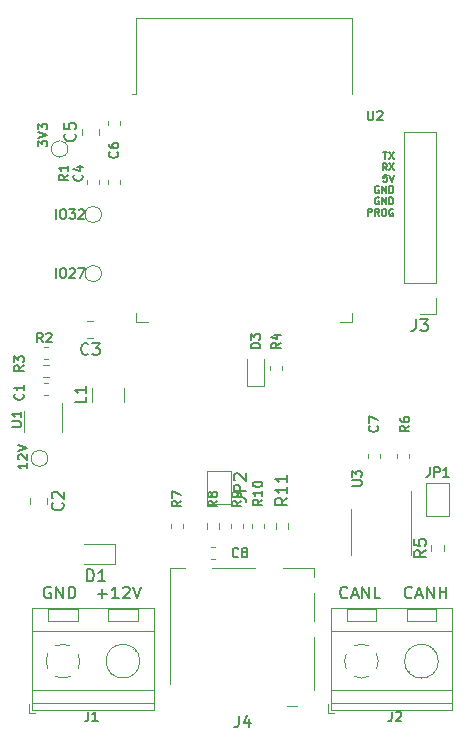
<source format=gbr>
G04 #@! TF.GenerationSoftware,KiCad,Pcbnew,7.0.10*
G04 #@! TF.CreationDate,2024-03-18T19:26:52+01:00*
G04 #@! TF.ProjectId,CanLite,43616e4c-6974-4652-9e6b-696361645f70,rev?*
G04 #@! TF.SameCoordinates,Original*
G04 #@! TF.FileFunction,Legend,Top*
G04 #@! TF.FilePolarity,Positive*
%FSLAX46Y46*%
G04 Gerber Fmt 4.6, Leading zero omitted, Abs format (unit mm)*
G04 Created by KiCad (PCBNEW 7.0.10) date 2024-03-18 19:26:52*
%MOMM*%
%LPD*%
G01*
G04 APERTURE LIST*
%ADD10C,0.150000*%
%ADD11C,0.120000*%
G04 APERTURE END LIST*
D10*
X106069048Y-62112295D02*
X106069048Y-61312295D01*
X106602381Y-61312295D02*
X106754762Y-61312295D01*
X106754762Y-61312295D02*
X106830952Y-61350390D01*
X106830952Y-61350390D02*
X106907143Y-61426580D01*
X106907143Y-61426580D02*
X106945238Y-61578961D01*
X106945238Y-61578961D02*
X106945238Y-61845628D01*
X106945238Y-61845628D02*
X106907143Y-61998009D01*
X106907143Y-61998009D02*
X106830952Y-62074200D01*
X106830952Y-62074200D02*
X106754762Y-62112295D01*
X106754762Y-62112295D02*
X106602381Y-62112295D01*
X106602381Y-62112295D02*
X106526190Y-62074200D01*
X106526190Y-62074200D02*
X106450000Y-61998009D01*
X106450000Y-61998009D02*
X106411904Y-61845628D01*
X106411904Y-61845628D02*
X106411904Y-61578961D01*
X106411904Y-61578961D02*
X106450000Y-61426580D01*
X106450000Y-61426580D02*
X106526190Y-61350390D01*
X106526190Y-61350390D02*
X106602381Y-61312295D01*
X107211904Y-61312295D02*
X107707142Y-61312295D01*
X107707142Y-61312295D02*
X107440476Y-61617057D01*
X107440476Y-61617057D02*
X107554761Y-61617057D01*
X107554761Y-61617057D02*
X107630952Y-61655152D01*
X107630952Y-61655152D02*
X107669047Y-61693247D01*
X107669047Y-61693247D02*
X107707142Y-61769438D01*
X107707142Y-61769438D02*
X107707142Y-61959914D01*
X107707142Y-61959914D02*
X107669047Y-62036104D01*
X107669047Y-62036104D02*
X107630952Y-62074200D01*
X107630952Y-62074200D02*
X107554761Y-62112295D01*
X107554761Y-62112295D02*
X107326190Y-62112295D01*
X107326190Y-62112295D02*
X107249999Y-62074200D01*
X107249999Y-62074200D02*
X107211904Y-62036104D01*
X108011904Y-61388485D02*
X108050000Y-61350390D01*
X108050000Y-61350390D02*
X108126190Y-61312295D01*
X108126190Y-61312295D02*
X108316666Y-61312295D01*
X108316666Y-61312295D02*
X108392857Y-61350390D01*
X108392857Y-61350390D02*
X108430952Y-61388485D01*
X108430952Y-61388485D02*
X108469047Y-61464676D01*
X108469047Y-61464676D02*
X108469047Y-61540866D01*
X108469047Y-61540866D02*
X108430952Y-61655152D01*
X108430952Y-61655152D02*
X107973809Y-62112295D01*
X107973809Y-62112295D02*
X108469047Y-62112295D01*
X106069048Y-67112295D02*
X106069048Y-66312295D01*
X106602381Y-66312295D02*
X106754762Y-66312295D01*
X106754762Y-66312295D02*
X106830952Y-66350390D01*
X106830952Y-66350390D02*
X106907143Y-66426580D01*
X106907143Y-66426580D02*
X106945238Y-66578961D01*
X106945238Y-66578961D02*
X106945238Y-66845628D01*
X106945238Y-66845628D02*
X106907143Y-66998009D01*
X106907143Y-66998009D02*
X106830952Y-67074200D01*
X106830952Y-67074200D02*
X106754762Y-67112295D01*
X106754762Y-67112295D02*
X106602381Y-67112295D01*
X106602381Y-67112295D02*
X106526190Y-67074200D01*
X106526190Y-67074200D02*
X106450000Y-66998009D01*
X106450000Y-66998009D02*
X106411904Y-66845628D01*
X106411904Y-66845628D02*
X106411904Y-66578961D01*
X106411904Y-66578961D02*
X106450000Y-66426580D01*
X106450000Y-66426580D02*
X106526190Y-66350390D01*
X106526190Y-66350390D02*
X106602381Y-66312295D01*
X107249999Y-66388485D02*
X107288095Y-66350390D01*
X107288095Y-66350390D02*
X107364285Y-66312295D01*
X107364285Y-66312295D02*
X107554761Y-66312295D01*
X107554761Y-66312295D02*
X107630952Y-66350390D01*
X107630952Y-66350390D02*
X107669047Y-66388485D01*
X107669047Y-66388485D02*
X107707142Y-66464676D01*
X107707142Y-66464676D02*
X107707142Y-66540866D01*
X107707142Y-66540866D02*
X107669047Y-66655152D01*
X107669047Y-66655152D02*
X107211904Y-67112295D01*
X107211904Y-67112295D02*
X107707142Y-67112295D01*
X107973809Y-66312295D02*
X108507143Y-66312295D01*
X108507143Y-66312295D02*
X108164285Y-67112295D01*
X130752380Y-94159580D02*
X130704761Y-94207200D01*
X130704761Y-94207200D02*
X130561904Y-94254819D01*
X130561904Y-94254819D02*
X130466666Y-94254819D01*
X130466666Y-94254819D02*
X130323809Y-94207200D01*
X130323809Y-94207200D02*
X130228571Y-94111961D01*
X130228571Y-94111961D02*
X130180952Y-94016723D01*
X130180952Y-94016723D02*
X130133333Y-93826247D01*
X130133333Y-93826247D02*
X130133333Y-93683390D01*
X130133333Y-93683390D02*
X130180952Y-93492914D01*
X130180952Y-93492914D02*
X130228571Y-93397676D01*
X130228571Y-93397676D02*
X130323809Y-93302438D01*
X130323809Y-93302438D02*
X130466666Y-93254819D01*
X130466666Y-93254819D02*
X130561904Y-93254819D01*
X130561904Y-93254819D02*
X130704761Y-93302438D01*
X130704761Y-93302438D02*
X130752380Y-93350057D01*
X131133333Y-93969104D02*
X131609523Y-93969104D01*
X131038095Y-94254819D02*
X131371428Y-93254819D01*
X131371428Y-93254819D02*
X131704761Y-94254819D01*
X132038095Y-94254819D02*
X132038095Y-93254819D01*
X132038095Y-93254819D02*
X132609523Y-94254819D01*
X132609523Y-94254819D02*
X132609523Y-93254819D01*
X133561904Y-94254819D02*
X133085714Y-94254819D01*
X133085714Y-94254819D02*
X133085714Y-93254819D01*
X133803886Y-56436771D02*
X134146744Y-56436771D01*
X133975315Y-57036771D02*
X133975315Y-56436771D01*
X134289601Y-56436771D02*
X134689601Y-57036771D01*
X134689601Y-56436771D02*
X134289601Y-57036771D01*
X134089601Y-58002771D02*
X133889601Y-57717057D01*
X133746744Y-58002771D02*
X133746744Y-57402771D01*
X133746744Y-57402771D02*
X133975315Y-57402771D01*
X133975315Y-57402771D02*
X134032458Y-57431342D01*
X134032458Y-57431342D02*
X134061029Y-57459914D01*
X134061029Y-57459914D02*
X134089601Y-57517057D01*
X134089601Y-57517057D02*
X134089601Y-57602771D01*
X134089601Y-57602771D02*
X134061029Y-57659914D01*
X134061029Y-57659914D02*
X134032458Y-57688485D01*
X134032458Y-57688485D02*
X133975315Y-57717057D01*
X133975315Y-57717057D02*
X133746744Y-57717057D01*
X134289601Y-57402771D02*
X134689601Y-58002771D01*
X134689601Y-57402771D02*
X134289601Y-58002771D01*
X134118172Y-58368771D02*
X133832458Y-58368771D01*
X133832458Y-58368771D02*
X133803886Y-58654485D01*
X133803886Y-58654485D02*
X133832458Y-58625914D01*
X133832458Y-58625914D02*
X133889601Y-58597342D01*
X133889601Y-58597342D02*
X134032458Y-58597342D01*
X134032458Y-58597342D02*
X134089601Y-58625914D01*
X134089601Y-58625914D02*
X134118172Y-58654485D01*
X134118172Y-58654485D02*
X134146743Y-58711628D01*
X134146743Y-58711628D02*
X134146743Y-58854485D01*
X134146743Y-58854485D02*
X134118172Y-58911628D01*
X134118172Y-58911628D02*
X134089601Y-58940200D01*
X134089601Y-58940200D02*
X134032458Y-58968771D01*
X134032458Y-58968771D02*
X133889601Y-58968771D01*
X133889601Y-58968771D02*
X133832458Y-58940200D01*
X133832458Y-58940200D02*
X133803886Y-58911628D01*
X134318172Y-58368771D02*
X134518172Y-58968771D01*
X134518172Y-58968771D02*
X134718172Y-58368771D01*
X133403887Y-59363342D02*
X133346745Y-59334771D01*
X133346745Y-59334771D02*
X133261030Y-59334771D01*
X133261030Y-59334771D02*
X133175316Y-59363342D01*
X133175316Y-59363342D02*
X133118173Y-59420485D01*
X133118173Y-59420485D02*
X133089602Y-59477628D01*
X133089602Y-59477628D02*
X133061030Y-59591914D01*
X133061030Y-59591914D02*
X133061030Y-59677628D01*
X133061030Y-59677628D02*
X133089602Y-59791914D01*
X133089602Y-59791914D02*
X133118173Y-59849057D01*
X133118173Y-59849057D02*
X133175316Y-59906200D01*
X133175316Y-59906200D02*
X133261030Y-59934771D01*
X133261030Y-59934771D02*
X133318173Y-59934771D01*
X133318173Y-59934771D02*
X133403887Y-59906200D01*
X133403887Y-59906200D02*
X133432459Y-59877628D01*
X133432459Y-59877628D02*
X133432459Y-59677628D01*
X133432459Y-59677628D02*
X133318173Y-59677628D01*
X133689602Y-59934771D02*
X133689602Y-59334771D01*
X133689602Y-59334771D02*
X134032459Y-59934771D01*
X134032459Y-59934771D02*
X134032459Y-59334771D01*
X134318173Y-59934771D02*
X134318173Y-59334771D01*
X134318173Y-59334771D02*
X134461030Y-59334771D01*
X134461030Y-59334771D02*
X134546744Y-59363342D01*
X134546744Y-59363342D02*
X134603887Y-59420485D01*
X134603887Y-59420485D02*
X134632458Y-59477628D01*
X134632458Y-59477628D02*
X134661030Y-59591914D01*
X134661030Y-59591914D02*
X134661030Y-59677628D01*
X134661030Y-59677628D02*
X134632458Y-59791914D01*
X134632458Y-59791914D02*
X134603887Y-59849057D01*
X134603887Y-59849057D02*
X134546744Y-59906200D01*
X134546744Y-59906200D02*
X134461030Y-59934771D01*
X134461030Y-59934771D02*
X134318173Y-59934771D01*
X133403887Y-60329342D02*
X133346745Y-60300771D01*
X133346745Y-60300771D02*
X133261030Y-60300771D01*
X133261030Y-60300771D02*
X133175316Y-60329342D01*
X133175316Y-60329342D02*
X133118173Y-60386485D01*
X133118173Y-60386485D02*
X133089602Y-60443628D01*
X133089602Y-60443628D02*
X133061030Y-60557914D01*
X133061030Y-60557914D02*
X133061030Y-60643628D01*
X133061030Y-60643628D02*
X133089602Y-60757914D01*
X133089602Y-60757914D02*
X133118173Y-60815057D01*
X133118173Y-60815057D02*
X133175316Y-60872200D01*
X133175316Y-60872200D02*
X133261030Y-60900771D01*
X133261030Y-60900771D02*
X133318173Y-60900771D01*
X133318173Y-60900771D02*
X133403887Y-60872200D01*
X133403887Y-60872200D02*
X133432459Y-60843628D01*
X133432459Y-60843628D02*
X133432459Y-60643628D01*
X133432459Y-60643628D02*
X133318173Y-60643628D01*
X133689602Y-60900771D02*
X133689602Y-60300771D01*
X133689602Y-60300771D02*
X134032459Y-60900771D01*
X134032459Y-60900771D02*
X134032459Y-60300771D01*
X134318173Y-60900771D02*
X134318173Y-60300771D01*
X134318173Y-60300771D02*
X134461030Y-60300771D01*
X134461030Y-60300771D02*
X134546744Y-60329342D01*
X134546744Y-60329342D02*
X134603887Y-60386485D01*
X134603887Y-60386485D02*
X134632458Y-60443628D01*
X134632458Y-60443628D02*
X134661030Y-60557914D01*
X134661030Y-60557914D02*
X134661030Y-60643628D01*
X134661030Y-60643628D02*
X134632458Y-60757914D01*
X134632458Y-60757914D02*
X134603887Y-60815057D01*
X134603887Y-60815057D02*
X134546744Y-60872200D01*
X134546744Y-60872200D02*
X134461030Y-60900771D01*
X134461030Y-60900771D02*
X134318173Y-60900771D01*
X132489602Y-61866771D02*
X132489602Y-61266771D01*
X132489602Y-61266771D02*
X132718173Y-61266771D01*
X132718173Y-61266771D02*
X132775316Y-61295342D01*
X132775316Y-61295342D02*
X132803887Y-61323914D01*
X132803887Y-61323914D02*
X132832459Y-61381057D01*
X132832459Y-61381057D02*
X132832459Y-61466771D01*
X132832459Y-61466771D02*
X132803887Y-61523914D01*
X132803887Y-61523914D02*
X132775316Y-61552485D01*
X132775316Y-61552485D02*
X132718173Y-61581057D01*
X132718173Y-61581057D02*
X132489602Y-61581057D01*
X133432459Y-61866771D02*
X133232459Y-61581057D01*
X133089602Y-61866771D02*
X133089602Y-61266771D01*
X133089602Y-61266771D02*
X133318173Y-61266771D01*
X133318173Y-61266771D02*
X133375316Y-61295342D01*
X133375316Y-61295342D02*
X133403887Y-61323914D01*
X133403887Y-61323914D02*
X133432459Y-61381057D01*
X133432459Y-61381057D02*
X133432459Y-61466771D01*
X133432459Y-61466771D02*
X133403887Y-61523914D01*
X133403887Y-61523914D02*
X133375316Y-61552485D01*
X133375316Y-61552485D02*
X133318173Y-61581057D01*
X133318173Y-61581057D02*
X133089602Y-61581057D01*
X133803887Y-61266771D02*
X133918173Y-61266771D01*
X133918173Y-61266771D02*
X133975316Y-61295342D01*
X133975316Y-61295342D02*
X134032459Y-61352485D01*
X134032459Y-61352485D02*
X134061030Y-61466771D01*
X134061030Y-61466771D02*
X134061030Y-61666771D01*
X134061030Y-61666771D02*
X134032459Y-61781057D01*
X134032459Y-61781057D02*
X133975316Y-61838200D01*
X133975316Y-61838200D02*
X133918173Y-61866771D01*
X133918173Y-61866771D02*
X133803887Y-61866771D01*
X133803887Y-61866771D02*
X133746745Y-61838200D01*
X133746745Y-61838200D02*
X133689602Y-61781057D01*
X133689602Y-61781057D02*
X133661030Y-61666771D01*
X133661030Y-61666771D02*
X133661030Y-61466771D01*
X133661030Y-61466771D02*
X133689602Y-61352485D01*
X133689602Y-61352485D02*
X133746745Y-61295342D01*
X133746745Y-61295342D02*
X133803887Y-61266771D01*
X134632458Y-61295342D02*
X134575316Y-61266771D01*
X134575316Y-61266771D02*
X134489601Y-61266771D01*
X134489601Y-61266771D02*
X134403887Y-61295342D01*
X134403887Y-61295342D02*
X134346744Y-61352485D01*
X134346744Y-61352485D02*
X134318173Y-61409628D01*
X134318173Y-61409628D02*
X134289601Y-61523914D01*
X134289601Y-61523914D02*
X134289601Y-61609628D01*
X134289601Y-61609628D02*
X134318173Y-61723914D01*
X134318173Y-61723914D02*
X134346744Y-61781057D01*
X134346744Y-61781057D02*
X134403887Y-61838200D01*
X134403887Y-61838200D02*
X134489601Y-61866771D01*
X134489601Y-61866771D02*
X134546744Y-61866771D01*
X134546744Y-61866771D02*
X134632458Y-61838200D01*
X134632458Y-61838200D02*
X134661030Y-61809628D01*
X134661030Y-61809628D02*
X134661030Y-61609628D01*
X134661030Y-61609628D02*
X134546744Y-61609628D01*
X136233333Y-94159580D02*
X136185714Y-94207200D01*
X136185714Y-94207200D02*
X136042857Y-94254819D01*
X136042857Y-94254819D02*
X135947619Y-94254819D01*
X135947619Y-94254819D02*
X135804762Y-94207200D01*
X135804762Y-94207200D02*
X135709524Y-94111961D01*
X135709524Y-94111961D02*
X135661905Y-94016723D01*
X135661905Y-94016723D02*
X135614286Y-93826247D01*
X135614286Y-93826247D02*
X135614286Y-93683390D01*
X135614286Y-93683390D02*
X135661905Y-93492914D01*
X135661905Y-93492914D02*
X135709524Y-93397676D01*
X135709524Y-93397676D02*
X135804762Y-93302438D01*
X135804762Y-93302438D02*
X135947619Y-93254819D01*
X135947619Y-93254819D02*
X136042857Y-93254819D01*
X136042857Y-93254819D02*
X136185714Y-93302438D01*
X136185714Y-93302438D02*
X136233333Y-93350057D01*
X136614286Y-93969104D02*
X137090476Y-93969104D01*
X136519048Y-94254819D02*
X136852381Y-93254819D01*
X136852381Y-93254819D02*
X137185714Y-94254819D01*
X137519048Y-94254819D02*
X137519048Y-93254819D01*
X137519048Y-93254819D02*
X138090476Y-94254819D01*
X138090476Y-94254819D02*
X138090476Y-93254819D01*
X138566667Y-94254819D02*
X138566667Y-93254819D01*
X138566667Y-93731009D02*
X139138095Y-93731009D01*
X139138095Y-94254819D02*
X139138095Y-93254819D01*
X109638095Y-93873866D02*
X110400000Y-93873866D01*
X110019047Y-94254819D02*
X110019047Y-93492914D01*
X111399999Y-94254819D02*
X110828571Y-94254819D01*
X111114285Y-94254819D02*
X111114285Y-93254819D01*
X111114285Y-93254819D02*
X111019047Y-93397676D01*
X111019047Y-93397676D02*
X110923809Y-93492914D01*
X110923809Y-93492914D02*
X110828571Y-93540533D01*
X111780952Y-93350057D02*
X111828571Y-93302438D01*
X111828571Y-93302438D02*
X111923809Y-93254819D01*
X111923809Y-93254819D02*
X112161904Y-93254819D01*
X112161904Y-93254819D02*
X112257142Y-93302438D01*
X112257142Y-93302438D02*
X112304761Y-93350057D01*
X112304761Y-93350057D02*
X112352380Y-93445295D01*
X112352380Y-93445295D02*
X112352380Y-93540533D01*
X112352380Y-93540533D02*
X112304761Y-93683390D01*
X112304761Y-93683390D02*
X111733333Y-94254819D01*
X111733333Y-94254819D02*
X112352380Y-94254819D01*
X112638095Y-93254819D02*
X112971428Y-94254819D01*
X112971428Y-94254819D02*
X113304761Y-93254819D01*
X103662295Y-82795238D02*
X103662295Y-83252381D01*
X103662295Y-83023809D02*
X102862295Y-83023809D01*
X102862295Y-83023809D02*
X102976580Y-83100000D01*
X102976580Y-83100000D02*
X103052771Y-83176190D01*
X103052771Y-83176190D02*
X103090866Y-83252381D01*
X102938485Y-82490476D02*
X102900390Y-82452380D01*
X102900390Y-82452380D02*
X102862295Y-82376190D01*
X102862295Y-82376190D02*
X102862295Y-82185714D01*
X102862295Y-82185714D02*
X102900390Y-82109523D01*
X102900390Y-82109523D02*
X102938485Y-82071428D01*
X102938485Y-82071428D02*
X103014676Y-82033333D01*
X103014676Y-82033333D02*
X103090866Y-82033333D01*
X103090866Y-82033333D02*
X103205152Y-82071428D01*
X103205152Y-82071428D02*
X103662295Y-82528571D01*
X103662295Y-82528571D02*
X103662295Y-82033333D01*
X102862295Y-81804761D02*
X103662295Y-81538094D01*
X103662295Y-81538094D02*
X102862295Y-81271428D01*
X105638095Y-93302438D02*
X105542857Y-93254819D01*
X105542857Y-93254819D02*
X105400000Y-93254819D01*
X105400000Y-93254819D02*
X105257143Y-93302438D01*
X105257143Y-93302438D02*
X105161905Y-93397676D01*
X105161905Y-93397676D02*
X105114286Y-93492914D01*
X105114286Y-93492914D02*
X105066667Y-93683390D01*
X105066667Y-93683390D02*
X105066667Y-93826247D01*
X105066667Y-93826247D02*
X105114286Y-94016723D01*
X105114286Y-94016723D02*
X105161905Y-94111961D01*
X105161905Y-94111961D02*
X105257143Y-94207200D01*
X105257143Y-94207200D02*
X105400000Y-94254819D01*
X105400000Y-94254819D02*
X105495238Y-94254819D01*
X105495238Y-94254819D02*
X105638095Y-94207200D01*
X105638095Y-94207200D02*
X105685714Y-94159580D01*
X105685714Y-94159580D02*
X105685714Y-93826247D01*
X105685714Y-93826247D02*
X105495238Y-93826247D01*
X106114286Y-94254819D02*
X106114286Y-93254819D01*
X106114286Y-93254819D02*
X106685714Y-94254819D01*
X106685714Y-94254819D02*
X106685714Y-93254819D01*
X107161905Y-94254819D02*
X107161905Y-93254819D01*
X107161905Y-93254819D02*
X107400000Y-93254819D01*
X107400000Y-93254819D02*
X107542857Y-93302438D01*
X107542857Y-93302438D02*
X107638095Y-93397676D01*
X107638095Y-93397676D02*
X107685714Y-93492914D01*
X107685714Y-93492914D02*
X107733333Y-93683390D01*
X107733333Y-93683390D02*
X107733333Y-93826247D01*
X107733333Y-93826247D02*
X107685714Y-94016723D01*
X107685714Y-94016723D02*
X107638095Y-94111961D01*
X107638095Y-94111961D02*
X107542857Y-94207200D01*
X107542857Y-94207200D02*
X107400000Y-94254819D01*
X107400000Y-94254819D02*
X107161905Y-94254819D01*
X104562295Y-55990476D02*
X104562295Y-55495238D01*
X104562295Y-55495238D02*
X104867057Y-55761904D01*
X104867057Y-55761904D02*
X104867057Y-55647619D01*
X104867057Y-55647619D02*
X104905152Y-55571428D01*
X104905152Y-55571428D02*
X104943247Y-55533333D01*
X104943247Y-55533333D02*
X105019438Y-55495238D01*
X105019438Y-55495238D02*
X105209914Y-55495238D01*
X105209914Y-55495238D02*
X105286104Y-55533333D01*
X105286104Y-55533333D02*
X105324200Y-55571428D01*
X105324200Y-55571428D02*
X105362295Y-55647619D01*
X105362295Y-55647619D02*
X105362295Y-55876190D01*
X105362295Y-55876190D02*
X105324200Y-55952381D01*
X105324200Y-55952381D02*
X105286104Y-55990476D01*
X104562295Y-55266666D02*
X105362295Y-54999999D01*
X105362295Y-54999999D02*
X104562295Y-54733333D01*
X104562295Y-54542857D02*
X104562295Y-54047619D01*
X104562295Y-54047619D02*
X104867057Y-54314285D01*
X104867057Y-54314285D02*
X104867057Y-54200000D01*
X104867057Y-54200000D02*
X104905152Y-54123809D01*
X104905152Y-54123809D02*
X104943247Y-54085714D01*
X104943247Y-54085714D02*
X105019438Y-54047619D01*
X105019438Y-54047619D02*
X105209914Y-54047619D01*
X105209914Y-54047619D02*
X105286104Y-54085714D01*
X105286104Y-54085714D02*
X105324200Y-54123809D01*
X105324200Y-54123809D02*
X105362295Y-54200000D01*
X105362295Y-54200000D02*
X105362295Y-54428571D01*
X105362295Y-54428571D02*
X105324200Y-54504762D01*
X105324200Y-54504762D02*
X105286104Y-54542857D01*
X111286104Y-56433332D02*
X111324200Y-56471428D01*
X111324200Y-56471428D02*
X111362295Y-56585713D01*
X111362295Y-56585713D02*
X111362295Y-56661904D01*
X111362295Y-56661904D02*
X111324200Y-56776190D01*
X111324200Y-56776190D02*
X111248009Y-56852380D01*
X111248009Y-56852380D02*
X111171819Y-56890475D01*
X111171819Y-56890475D02*
X111019438Y-56928571D01*
X111019438Y-56928571D02*
X110905152Y-56928571D01*
X110905152Y-56928571D02*
X110752771Y-56890475D01*
X110752771Y-56890475D02*
X110676580Y-56852380D01*
X110676580Y-56852380D02*
X110600390Y-56776190D01*
X110600390Y-56776190D02*
X110562295Y-56661904D01*
X110562295Y-56661904D02*
X110562295Y-56585713D01*
X110562295Y-56585713D02*
X110600390Y-56471428D01*
X110600390Y-56471428D02*
X110638485Y-56433332D01*
X110562295Y-55747618D02*
X110562295Y-55899999D01*
X110562295Y-55899999D02*
X110600390Y-55976190D01*
X110600390Y-55976190D02*
X110638485Y-56014285D01*
X110638485Y-56014285D02*
X110752771Y-56090475D01*
X110752771Y-56090475D02*
X110905152Y-56128571D01*
X110905152Y-56128571D02*
X111209914Y-56128571D01*
X111209914Y-56128571D02*
X111286104Y-56090475D01*
X111286104Y-56090475D02*
X111324200Y-56052380D01*
X111324200Y-56052380D02*
X111362295Y-55976190D01*
X111362295Y-55976190D02*
X111362295Y-55823809D01*
X111362295Y-55823809D02*
X111324200Y-55747618D01*
X111324200Y-55747618D02*
X111286104Y-55709523D01*
X111286104Y-55709523D02*
X111209914Y-55671428D01*
X111209914Y-55671428D02*
X111019438Y-55671428D01*
X111019438Y-55671428D02*
X110943247Y-55709523D01*
X110943247Y-55709523D02*
X110905152Y-55747618D01*
X110905152Y-55747618D02*
X110867057Y-55823809D01*
X110867057Y-55823809D02*
X110867057Y-55976190D01*
X110867057Y-55976190D02*
X110905152Y-56052380D01*
X110905152Y-56052380D02*
X110943247Y-56090475D01*
X110943247Y-56090475D02*
X111019438Y-56128571D01*
X108286104Y-58383332D02*
X108324200Y-58421428D01*
X108324200Y-58421428D02*
X108362295Y-58535713D01*
X108362295Y-58535713D02*
X108362295Y-58611904D01*
X108362295Y-58611904D02*
X108324200Y-58726190D01*
X108324200Y-58726190D02*
X108248009Y-58802380D01*
X108248009Y-58802380D02*
X108171819Y-58840475D01*
X108171819Y-58840475D02*
X108019438Y-58878571D01*
X108019438Y-58878571D02*
X107905152Y-58878571D01*
X107905152Y-58878571D02*
X107752771Y-58840475D01*
X107752771Y-58840475D02*
X107676580Y-58802380D01*
X107676580Y-58802380D02*
X107600390Y-58726190D01*
X107600390Y-58726190D02*
X107562295Y-58611904D01*
X107562295Y-58611904D02*
X107562295Y-58535713D01*
X107562295Y-58535713D02*
X107600390Y-58421428D01*
X107600390Y-58421428D02*
X107638485Y-58383332D01*
X107828961Y-57697618D02*
X108362295Y-57697618D01*
X107524200Y-57888094D02*
X108095628Y-58078571D01*
X108095628Y-58078571D02*
X108095628Y-57583332D01*
X133286104Y-79633332D02*
X133324200Y-79671428D01*
X133324200Y-79671428D02*
X133362295Y-79785713D01*
X133362295Y-79785713D02*
X133362295Y-79861904D01*
X133362295Y-79861904D02*
X133324200Y-79976190D01*
X133324200Y-79976190D02*
X133248009Y-80052380D01*
X133248009Y-80052380D02*
X133171819Y-80090475D01*
X133171819Y-80090475D02*
X133019438Y-80128571D01*
X133019438Y-80128571D02*
X132905152Y-80128571D01*
X132905152Y-80128571D02*
X132752771Y-80090475D01*
X132752771Y-80090475D02*
X132676580Y-80052380D01*
X132676580Y-80052380D02*
X132600390Y-79976190D01*
X132600390Y-79976190D02*
X132562295Y-79861904D01*
X132562295Y-79861904D02*
X132562295Y-79785713D01*
X132562295Y-79785713D02*
X132600390Y-79671428D01*
X132600390Y-79671428D02*
X132638485Y-79633332D01*
X132562295Y-79366666D02*
X132562295Y-78833332D01*
X132562295Y-78833332D02*
X133362295Y-79176190D01*
X106639580Y-86166666D02*
X106687200Y-86214285D01*
X106687200Y-86214285D02*
X106734819Y-86357142D01*
X106734819Y-86357142D02*
X106734819Y-86452380D01*
X106734819Y-86452380D02*
X106687200Y-86595237D01*
X106687200Y-86595237D02*
X106591961Y-86690475D01*
X106591961Y-86690475D02*
X106496723Y-86738094D01*
X106496723Y-86738094D02*
X106306247Y-86785713D01*
X106306247Y-86785713D02*
X106163390Y-86785713D01*
X106163390Y-86785713D02*
X105972914Y-86738094D01*
X105972914Y-86738094D02*
X105877676Y-86690475D01*
X105877676Y-86690475D02*
X105782438Y-86595237D01*
X105782438Y-86595237D02*
X105734819Y-86452380D01*
X105734819Y-86452380D02*
X105734819Y-86357142D01*
X105734819Y-86357142D02*
X105782438Y-86214285D01*
X105782438Y-86214285D02*
X105830057Y-86166666D01*
X105830057Y-85785713D02*
X105782438Y-85738094D01*
X105782438Y-85738094D02*
X105734819Y-85642856D01*
X105734819Y-85642856D02*
X105734819Y-85404761D01*
X105734819Y-85404761D02*
X105782438Y-85309523D01*
X105782438Y-85309523D02*
X105830057Y-85261904D01*
X105830057Y-85261904D02*
X105925295Y-85214285D01*
X105925295Y-85214285D02*
X106020533Y-85214285D01*
X106020533Y-85214285D02*
X106163390Y-85261904D01*
X106163390Y-85261904D02*
X106734819Y-85833332D01*
X106734819Y-85833332D02*
X106734819Y-85214285D01*
X108833333Y-73539580D02*
X108785714Y-73587200D01*
X108785714Y-73587200D02*
X108642857Y-73634819D01*
X108642857Y-73634819D02*
X108547619Y-73634819D01*
X108547619Y-73634819D02*
X108404762Y-73587200D01*
X108404762Y-73587200D02*
X108309524Y-73491961D01*
X108309524Y-73491961D02*
X108261905Y-73396723D01*
X108261905Y-73396723D02*
X108214286Y-73206247D01*
X108214286Y-73206247D02*
X108214286Y-73063390D01*
X108214286Y-73063390D02*
X108261905Y-72872914D01*
X108261905Y-72872914D02*
X108309524Y-72777676D01*
X108309524Y-72777676D02*
X108404762Y-72682438D01*
X108404762Y-72682438D02*
X108547619Y-72634819D01*
X108547619Y-72634819D02*
X108642857Y-72634819D01*
X108642857Y-72634819D02*
X108785714Y-72682438D01*
X108785714Y-72682438D02*
X108833333Y-72730057D01*
X109166667Y-72634819D02*
X109785714Y-72634819D01*
X109785714Y-72634819D02*
X109452381Y-73015771D01*
X109452381Y-73015771D02*
X109595238Y-73015771D01*
X109595238Y-73015771D02*
X109690476Y-73063390D01*
X109690476Y-73063390D02*
X109738095Y-73111009D01*
X109738095Y-73111009D02*
X109785714Y-73206247D01*
X109785714Y-73206247D02*
X109785714Y-73444342D01*
X109785714Y-73444342D02*
X109738095Y-73539580D01*
X109738095Y-73539580D02*
X109690476Y-73587200D01*
X109690476Y-73587200D02*
X109595238Y-73634819D01*
X109595238Y-73634819D02*
X109309524Y-73634819D01*
X109309524Y-73634819D02*
X109214286Y-73587200D01*
X109214286Y-73587200D02*
X109166667Y-73539580D01*
X123362295Y-73090475D02*
X122562295Y-73090475D01*
X122562295Y-73090475D02*
X122562295Y-72899999D01*
X122562295Y-72899999D02*
X122600390Y-72785713D01*
X122600390Y-72785713D02*
X122676580Y-72709523D01*
X122676580Y-72709523D02*
X122752771Y-72671428D01*
X122752771Y-72671428D02*
X122905152Y-72633332D01*
X122905152Y-72633332D02*
X123019438Y-72633332D01*
X123019438Y-72633332D02*
X123171819Y-72671428D01*
X123171819Y-72671428D02*
X123248009Y-72709523D01*
X123248009Y-72709523D02*
X123324200Y-72785713D01*
X123324200Y-72785713D02*
X123362295Y-72899999D01*
X123362295Y-72899999D02*
X123362295Y-73090475D01*
X122562295Y-72366666D02*
X122562295Y-71871428D01*
X122562295Y-71871428D02*
X122867057Y-72138094D01*
X122867057Y-72138094D02*
X122867057Y-72023809D01*
X122867057Y-72023809D02*
X122905152Y-71947618D01*
X122905152Y-71947618D02*
X122943247Y-71909523D01*
X122943247Y-71909523D02*
X123019438Y-71871428D01*
X123019438Y-71871428D02*
X123209914Y-71871428D01*
X123209914Y-71871428D02*
X123286104Y-71909523D01*
X123286104Y-71909523D02*
X123324200Y-71947618D01*
X123324200Y-71947618D02*
X123362295Y-72023809D01*
X123362295Y-72023809D02*
X123362295Y-72252380D01*
X123362295Y-72252380D02*
X123324200Y-72328571D01*
X123324200Y-72328571D02*
X123286104Y-72366666D01*
X108735905Y-92804819D02*
X108735905Y-91804819D01*
X108735905Y-91804819D02*
X108974000Y-91804819D01*
X108974000Y-91804819D02*
X109116857Y-91852438D01*
X109116857Y-91852438D02*
X109212095Y-91947676D01*
X109212095Y-91947676D02*
X109259714Y-92042914D01*
X109259714Y-92042914D02*
X109307333Y-92233390D01*
X109307333Y-92233390D02*
X109307333Y-92376247D01*
X109307333Y-92376247D02*
X109259714Y-92566723D01*
X109259714Y-92566723D02*
X109212095Y-92661961D01*
X109212095Y-92661961D02*
X109116857Y-92757200D01*
X109116857Y-92757200D02*
X108974000Y-92804819D01*
X108974000Y-92804819D02*
X108735905Y-92804819D01*
X110259714Y-92804819D02*
X109688286Y-92804819D01*
X109974000Y-92804819D02*
X109974000Y-91804819D01*
X109974000Y-91804819D02*
X109878762Y-91947676D01*
X109878762Y-91947676D02*
X109783524Y-92042914D01*
X109783524Y-92042914D02*
X109688286Y-92090533D01*
X136572666Y-70618819D02*
X136572666Y-71333104D01*
X136572666Y-71333104D02*
X136525047Y-71475961D01*
X136525047Y-71475961D02*
X136429809Y-71571200D01*
X136429809Y-71571200D02*
X136286952Y-71618819D01*
X136286952Y-71618819D02*
X136191714Y-71618819D01*
X136953619Y-70618819D02*
X137572666Y-70618819D01*
X137572666Y-70618819D02*
X137239333Y-70999771D01*
X137239333Y-70999771D02*
X137382190Y-70999771D01*
X137382190Y-70999771D02*
X137477428Y-71047390D01*
X137477428Y-71047390D02*
X137525047Y-71095009D01*
X137525047Y-71095009D02*
X137572666Y-71190247D01*
X137572666Y-71190247D02*
X137572666Y-71428342D01*
X137572666Y-71428342D02*
X137525047Y-71523580D01*
X137525047Y-71523580D02*
X137477428Y-71571200D01*
X137477428Y-71571200D02*
X137382190Y-71618819D01*
X137382190Y-71618819D02*
X137096476Y-71618819D01*
X137096476Y-71618819D02*
X137001238Y-71571200D01*
X137001238Y-71571200D02*
X136953619Y-71523580D01*
X137733333Y-83162295D02*
X137733333Y-83733723D01*
X137733333Y-83733723D02*
X137695238Y-83848009D01*
X137695238Y-83848009D02*
X137619047Y-83924200D01*
X137619047Y-83924200D02*
X137504762Y-83962295D01*
X137504762Y-83962295D02*
X137428571Y-83962295D01*
X138114286Y-83962295D02*
X138114286Y-83162295D01*
X138114286Y-83162295D02*
X138419048Y-83162295D01*
X138419048Y-83162295D02*
X138495238Y-83200390D01*
X138495238Y-83200390D02*
X138533333Y-83238485D01*
X138533333Y-83238485D02*
X138571429Y-83314676D01*
X138571429Y-83314676D02*
X138571429Y-83428961D01*
X138571429Y-83428961D02*
X138533333Y-83505152D01*
X138533333Y-83505152D02*
X138495238Y-83543247D01*
X138495238Y-83543247D02*
X138419048Y-83581342D01*
X138419048Y-83581342D02*
X138114286Y-83581342D01*
X139333333Y-83962295D02*
X138876190Y-83962295D01*
X139104762Y-83962295D02*
X139104762Y-83162295D01*
X139104762Y-83162295D02*
X139028571Y-83276580D01*
X139028571Y-83276580D02*
X138952381Y-83352771D01*
X138952381Y-83352771D02*
X138876190Y-83390866D01*
X107112295Y-58383332D02*
X106731342Y-58649999D01*
X107112295Y-58840475D02*
X106312295Y-58840475D01*
X106312295Y-58840475D02*
X106312295Y-58535713D01*
X106312295Y-58535713D02*
X106350390Y-58459523D01*
X106350390Y-58459523D02*
X106388485Y-58421428D01*
X106388485Y-58421428D02*
X106464676Y-58383332D01*
X106464676Y-58383332D02*
X106578961Y-58383332D01*
X106578961Y-58383332D02*
X106655152Y-58421428D01*
X106655152Y-58421428D02*
X106693247Y-58459523D01*
X106693247Y-58459523D02*
X106731342Y-58535713D01*
X106731342Y-58535713D02*
X106731342Y-58840475D01*
X107112295Y-57621428D02*
X107112295Y-58078571D01*
X107112295Y-57849999D02*
X106312295Y-57849999D01*
X106312295Y-57849999D02*
X106426580Y-57926190D01*
X106426580Y-57926190D02*
X106502771Y-58002380D01*
X106502771Y-58002380D02*
X106540866Y-58078571D01*
X125112295Y-72633332D02*
X124731342Y-72899999D01*
X125112295Y-73090475D02*
X124312295Y-73090475D01*
X124312295Y-73090475D02*
X124312295Y-72785713D01*
X124312295Y-72785713D02*
X124350390Y-72709523D01*
X124350390Y-72709523D02*
X124388485Y-72671428D01*
X124388485Y-72671428D02*
X124464676Y-72633332D01*
X124464676Y-72633332D02*
X124578961Y-72633332D01*
X124578961Y-72633332D02*
X124655152Y-72671428D01*
X124655152Y-72671428D02*
X124693247Y-72709523D01*
X124693247Y-72709523D02*
X124731342Y-72785713D01*
X124731342Y-72785713D02*
X124731342Y-73090475D01*
X124578961Y-71947618D02*
X125112295Y-71947618D01*
X124274200Y-72138094D02*
X124845628Y-72328571D01*
X124845628Y-72328571D02*
X124845628Y-71833332D01*
X116694295Y-85985332D02*
X116313342Y-86251999D01*
X116694295Y-86442475D02*
X115894295Y-86442475D01*
X115894295Y-86442475D02*
X115894295Y-86137713D01*
X115894295Y-86137713D02*
X115932390Y-86061523D01*
X115932390Y-86061523D02*
X115970485Y-86023428D01*
X115970485Y-86023428D02*
X116046676Y-85985332D01*
X116046676Y-85985332D02*
X116160961Y-85985332D01*
X116160961Y-85985332D02*
X116237152Y-86023428D01*
X116237152Y-86023428D02*
X116275247Y-86061523D01*
X116275247Y-86061523D02*
X116313342Y-86137713D01*
X116313342Y-86137713D02*
X116313342Y-86442475D01*
X115894295Y-85718666D02*
X115894295Y-85185332D01*
X115894295Y-85185332D02*
X116694295Y-85528190D01*
X136012295Y-79633332D02*
X135631342Y-79899999D01*
X136012295Y-80090475D02*
X135212295Y-80090475D01*
X135212295Y-80090475D02*
X135212295Y-79785713D01*
X135212295Y-79785713D02*
X135250390Y-79709523D01*
X135250390Y-79709523D02*
X135288485Y-79671428D01*
X135288485Y-79671428D02*
X135364676Y-79633332D01*
X135364676Y-79633332D02*
X135478961Y-79633332D01*
X135478961Y-79633332D02*
X135555152Y-79671428D01*
X135555152Y-79671428D02*
X135593247Y-79709523D01*
X135593247Y-79709523D02*
X135631342Y-79785713D01*
X135631342Y-79785713D02*
X135631342Y-80090475D01*
X135212295Y-78947618D02*
X135212295Y-79099999D01*
X135212295Y-79099999D02*
X135250390Y-79176190D01*
X135250390Y-79176190D02*
X135288485Y-79214285D01*
X135288485Y-79214285D02*
X135402771Y-79290475D01*
X135402771Y-79290475D02*
X135555152Y-79328571D01*
X135555152Y-79328571D02*
X135859914Y-79328571D01*
X135859914Y-79328571D02*
X135936104Y-79290475D01*
X135936104Y-79290475D02*
X135974200Y-79252380D01*
X135974200Y-79252380D02*
X136012295Y-79176190D01*
X136012295Y-79176190D02*
X136012295Y-79023809D01*
X136012295Y-79023809D02*
X135974200Y-78947618D01*
X135974200Y-78947618D02*
X135936104Y-78909523D01*
X135936104Y-78909523D02*
X135859914Y-78871428D01*
X135859914Y-78871428D02*
X135669438Y-78871428D01*
X135669438Y-78871428D02*
X135593247Y-78909523D01*
X135593247Y-78909523D02*
X135555152Y-78947618D01*
X135555152Y-78947618D02*
X135517057Y-79023809D01*
X135517057Y-79023809D02*
X135517057Y-79176190D01*
X135517057Y-79176190D02*
X135555152Y-79252380D01*
X135555152Y-79252380D02*
X135593247Y-79290475D01*
X135593247Y-79290475D02*
X135669438Y-79328571D01*
X137424819Y-90166666D02*
X136948628Y-90499999D01*
X137424819Y-90738094D02*
X136424819Y-90738094D01*
X136424819Y-90738094D02*
X136424819Y-90357142D01*
X136424819Y-90357142D02*
X136472438Y-90261904D01*
X136472438Y-90261904D02*
X136520057Y-90214285D01*
X136520057Y-90214285D02*
X136615295Y-90166666D01*
X136615295Y-90166666D02*
X136758152Y-90166666D01*
X136758152Y-90166666D02*
X136853390Y-90214285D01*
X136853390Y-90214285D02*
X136901009Y-90261904D01*
X136901009Y-90261904D02*
X136948628Y-90357142D01*
X136948628Y-90357142D02*
X136948628Y-90738094D01*
X136424819Y-89261904D02*
X136424819Y-89738094D01*
X136424819Y-89738094D02*
X136901009Y-89785713D01*
X136901009Y-89785713D02*
X136853390Y-89738094D01*
X136853390Y-89738094D02*
X136805771Y-89642856D01*
X136805771Y-89642856D02*
X136805771Y-89404761D01*
X136805771Y-89404761D02*
X136853390Y-89309523D01*
X136853390Y-89309523D02*
X136901009Y-89261904D01*
X136901009Y-89261904D02*
X136996247Y-89214285D01*
X136996247Y-89214285D02*
X137234342Y-89214285D01*
X137234342Y-89214285D02*
X137329580Y-89261904D01*
X137329580Y-89261904D02*
X137377200Y-89309523D01*
X137377200Y-89309523D02*
X137424819Y-89404761D01*
X137424819Y-89404761D02*
X137424819Y-89642856D01*
X137424819Y-89642856D02*
X137377200Y-89738094D01*
X137377200Y-89738094D02*
X137329580Y-89785713D01*
X131162295Y-84709523D02*
X131809914Y-84709523D01*
X131809914Y-84709523D02*
X131886104Y-84671428D01*
X131886104Y-84671428D02*
X131924200Y-84633333D01*
X131924200Y-84633333D02*
X131962295Y-84557142D01*
X131962295Y-84557142D02*
X131962295Y-84404761D01*
X131962295Y-84404761D02*
X131924200Y-84328571D01*
X131924200Y-84328571D02*
X131886104Y-84290476D01*
X131886104Y-84290476D02*
X131809914Y-84252380D01*
X131809914Y-84252380D02*
X131162295Y-84252380D01*
X131162295Y-83947619D02*
X131162295Y-83452381D01*
X131162295Y-83452381D02*
X131467057Y-83719047D01*
X131467057Y-83719047D02*
X131467057Y-83604762D01*
X131467057Y-83604762D02*
X131505152Y-83528571D01*
X131505152Y-83528571D02*
X131543247Y-83490476D01*
X131543247Y-83490476D02*
X131619438Y-83452381D01*
X131619438Y-83452381D02*
X131809914Y-83452381D01*
X131809914Y-83452381D02*
X131886104Y-83490476D01*
X131886104Y-83490476D02*
X131924200Y-83528571D01*
X131924200Y-83528571D02*
X131962295Y-83604762D01*
X131962295Y-83604762D02*
X131962295Y-83833333D01*
X131962295Y-83833333D02*
X131924200Y-83909524D01*
X131924200Y-83909524D02*
X131886104Y-83947619D01*
X121532667Y-90710104D02*
X121494571Y-90748200D01*
X121494571Y-90748200D02*
X121380286Y-90786295D01*
X121380286Y-90786295D02*
X121304095Y-90786295D01*
X121304095Y-90786295D02*
X121189809Y-90748200D01*
X121189809Y-90748200D02*
X121113619Y-90672009D01*
X121113619Y-90672009D02*
X121075524Y-90595819D01*
X121075524Y-90595819D02*
X121037428Y-90443438D01*
X121037428Y-90443438D02*
X121037428Y-90329152D01*
X121037428Y-90329152D02*
X121075524Y-90176771D01*
X121075524Y-90176771D02*
X121113619Y-90100580D01*
X121113619Y-90100580D02*
X121189809Y-90024390D01*
X121189809Y-90024390D02*
X121304095Y-89986295D01*
X121304095Y-89986295D02*
X121380286Y-89986295D01*
X121380286Y-89986295D02*
X121494571Y-90024390D01*
X121494571Y-90024390D02*
X121532667Y-90062485D01*
X121989809Y-90329152D02*
X121913619Y-90291057D01*
X121913619Y-90291057D02*
X121875524Y-90252961D01*
X121875524Y-90252961D02*
X121837428Y-90176771D01*
X121837428Y-90176771D02*
X121837428Y-90138676D01*
X121837428Y-90138676D02*
X121875524Y-90062485D01*
X121875524Y-90062485D02*
X121913619Y-90024390D01*
X121913619Y-90024390D02*
X121989809Y-89986295D01*
X121989809Y-89986295D02*
X122142190Y-89986295D01*
X122142190Y-89986295D02*
X122218381Y-90024390D01*
X122218381Y-90024390D02*
X122256476Y-90062485D01*
X122256476Y-90062485D02*
X122294571Y-90138676D01*
X122294571Y-90138676D02*
X122294571Y-90176771D01*
X122294571Y-90176771D02*
X122256476Y-90252961D01*
X122256476Y-90252961D02*
X122218381Y-90291057D01*
X122218381Y-90291057D02*
X122142190Y-90329152D01*
X122142190Y-90329152D02*
X121989809Y-90329152D01*
X121989809Y-90329152D02*
X121913619Y-90367247D01*
X121913619Y-90367247D02*
X121875524Y-90405342D01*
X121875524Y-90405342D02*
X121837428Y-90481533D01*
X121837428Y-90481533D02*
X121837428Y-90633914D01*
X121837428Y-90633914D02*
X121875524Y-90710104D01*
X121875524Y-90710104D02*
X121913619Y-90748200D01*
X121913619Y-90748200D02*
X121989809Y-90786295D01*
X121989809Y-90786295D02*
X122142190Y-90786295D01*
X122142190Y-90786295D02*
X122218381Y-90748200D01*
X122218381Y-90748200D02*
X122256476Y-90710104D01*
X122256476Y-90710104D02*
X122294571Y-90633914D01*
X122294571Y-90633914D02*
X122294571Y-90481533D01*
X122294571Y-90481533D02*
X122256476Y-90405342D01*
X122256476Y-90405342D02*
X122218381Y-90367247D01*
X122218381Y-90367247D02*
X122142190Y-90329152D01*
X121774295Y-85985332D02*
X121393342Y-86251999D01*
X121774295Y-86442475D02*
X120974295Y-86442475D01*
X120974295Y-86442475D02*
X120974295Y-86137713D01*
X120974295Y-86137713D02*
X121012390Y-86061523D01*
X121012390Y-86061523D02*
X121050485Y-86023428D01*
X121050485Y-86023428D02*
X121126676Y-85985332D01*
X121126676Y-85985332D02*
X121240961Y-85985332D01*
X121240961Y-85985332D02*
X121317152Y-86023428D01*
X121317152Y-86023428D02*
X121355247Y-86061523D01*
X121355247Y-86061523D02*
X121393342Y-86137713D01*
X121393342Y-86137713D02*
X121393342Y-86442475D01*
X121774295Y-85604380D02*
X121774295Y-85451999D01*
X121774295Y-85451999D02*
X121736200Y-85375809D01*
X121736200Y-85375809D02*
X121698104Y-85337713D01*
X121698104Y-85337713D02*
X121583819Y-85261523D01*
X121583819Y-85261523D02*
X121431438Y-85223428D01*
X121431438Y-85223428D02*
X121126676Y-85223428D01*
X121126676Y-85223428D02*
X121050485Y-85261523D01*
X121050485Y-85261523D02*
X121012390Y-85299618D01*
X121012390Y-85299618D02*
X120974295Y-85375809D01*
X120974295Y-85375809D02*
X120974295Y-85528190D01*
X120974295Y-85528190D02*
X121012390Y-85604380D01*
X121012390Y-85604380D02*
X121050485Y-85642475D01*
X121050485Y-85642475D02*
X121126676Y-85680571D01*
X121126676Y-85680571D02*
X121317152Y-85680571D01*
X121317152Y-85680571D02*
X121393342Y-85642475D01*
X121393342Y-85642475D02*
X121431438Y-85604380D01*
X121431438Y-85604380D02*
X121469533Y-85528190D01*
X121469533Y-85528190D02*
X121469533Y-85375809D01*
X121469533Y-85375809D02*
X121431438Y-85299618D01*
X121431438Y-85299618D02*
X121393342Y-85261523D01*
X121393342Y-85261523D02*
X121317152Y-85223428D01*
X123552295Y-85883785D02*
X123171342Y-86150452D01*
X123552295Y-86340928D02*
X122752295Y-86340928D01*
X122752295Y-86340928D02*
X122752295Y-86036166D01*
X122752295Y-86036166D02*
X122790390Y-85959976D01*
X122790390Y-85959976D02*
X122828485Y-85921881D01*
X122828485Y-85921881D02*
X122904676Y-85883785D01*
X122904676Y-85883785D02*
X123018961Y-85883785D01*
X123018961Y-85883785D02*
X123095152Y-85921881D01*
X123095152Y-85921881D02*
X123133247Y-85959976D01*
X123133247Y-85959976D02*
X123171342Y-86036166D01*
X123171342Y-86036166D02*
X123171342Y-86340928D01*
X123552295Y-85121881D02*
X123552295Y-85579024D01*
X123552295Y-85350452D02*
X122752295Y-85350452D01*
X122752295Y-85350452D02*
X122866580Y-85426643D01*
X122866580Y-85426643D02*
X122942771Y-85502833D01*
X122942771Y-85502833D02*
X122980866Y-85579024D01*
X122752295Y-84626642D02*
X122752295Y-84550452D01*
X122752295Y-84550452D02*
X122790390Y-84474261D01*
X122790390Y-84474261D02*
X122828485Y-84436166D01*
X122828485Y-84436166D02*
X122904676Y-84398071D01*
X122904676Y-84398071D02*
X123057057Y-84359976D01*
X123057057Y-84359976D02*
X123247533Y-84359976D01*
X123247533Y-84359976D02*
X123399914Y-84398071D01*
X123399914Y-84398071D02*
X123476104Y-84436166D01*
X123476104Y-84436166D02*
X123514200Y-84474261D01*
X123514200Y-84474261D02*
X123552295Y-84550452D01*
X123552295Y-84550452D02*
X123552295Y-84626642D01*
X123552295Y-84626642D02*
X123514200Y-84702833D01*
X123514200Y-84702833D02*
X123476104Y-84740928D01*
X123476104Y-84740928D02*
X123399914Y-84779023D01*
X123399914Y-84779023D02*
X123247533Y-84817119D01*
X123247533Y-84817119D02*
X123057057Y-84817119D01*
X123057057Y-84817119D02*
X122904676Y-84779023D01*
X122904676Y-84779023D02*
X122828485Y-84740928D01*
X122828485Y-84740928D02*
X122790390Y-84702833D01*
X122790390Y-84702833D02*
X122752295Y-84626642D01*
X107679580Y-54916666D02*
X107727200Y-54964285D01*
X107727200Y-54964285D02*
X107774819Y-55107142D01*
X107774819Y-55107142D02*
X107774819Y-55202380D01*
X107774819Y-55202380D02*
X107727200Y-55345237D01*
X107727200Y-55345237D02*
X107631961Y-55440475D01*
X107631961Y-55440475D02*
X107536723Y-55488094D01*
X107536723Y-55488094D02*
X107346247Y-55535713D01*
X107346247Y-55535713D02*
X107203390Y-55535713D01*
X107203390Y-55535713D02*
X107012914Y-55488094D01*
X107012914Y-55488094D02*
X106917676Y-55440475D01*
X106917676Y-55440475D02*
X106822438Y-55345237D01*
X106822438Y-55345237D02*
X106774819Y-55202380D01*
X106774819Y-55202380D02*
X106774819Y-55107142D01*
X106774819Y-55107142D02*
X106822438Y-54964285D01*
X106822438Y-54964285D02*
X106870057Y-54916666D01*
X106774819Y-54011904D02*
X106774819Y-54488094D01*
X106774819Y-54488094D02*
X107251009Y-54535713D01*
X107251009Y-54535713D02*
X107203390Y-54488094D01*
X107203390Y-54488094D02*
X107155771Y-54392856D01*
X107155771Y-54392856D02*
X107155771Y-54154761D01*
X107155771Y-54154761D02*
X107203390Y-54059523D01*
X107203390Y-54059523D02*
X107251009Y-54011904D01*
X107251009Y-54011904D02*
X107346247Y-53964285D01*
X107346247Y-53964285D02*
X107584342Y-53964285D01*
X107584342Y-53964285D02*
X107679580Y-54011904D01*
X107679580Y-54011904D02*
X107727200Y-54059523D01*
X107727200Y-54059523D02*
X107774819Y-54154761D01*
X107774819Y-54154761D02*
X107774819Y-54392856D01*
X107774819Y-54392856D02*
X107727200Y-54488094D01*
X107727200Y-54488094D02*
X107679580Y-54535713D01*
X104966667Y-72562295D02*
X104700000Y-72181342D01*
X104509524Y-72562295D02*
X104509524Y-71762295D01*
X104509524Y-71762295D02*
X104814286Y-71762295D01*
X104814286Y-71762295D02*
X104890476Y-71800390D01*
X104890476Y-71800390D02*
X104928571Y-71838485D01*
X104928571Y-71838485D02*
X104966667Y-71914676D01*
X104966667Y-71914676D02*
X104966667Y-72028961D01*
X104966667Y-72028961D02*
X104928571Y-72105152D01*
X104928571Y-72105152D02*
X104890476Y-72143247D01*
X104890476Y-72143247D02*
X104814286Y-72181342D01*
X104814286Y-72181342D02*
X104509524Y-72181342D01*
X105271428Y-71838485D02*
X105309524Y-71800390D01*
X105309524Y-71800390D02*
X105385714Y-71762295D01*
X105385714Y-71762295D02*
X105576190Y-71762295D01*
X105576190Y-71762295D02*
X105652381Y-71800390D01*
X105652381Y-71800390D02*
X105690476Y-71838485D01*
X105690476Y-71838485D02*
X105728571Y-71914676D01*
X105728571Y-71914676D02*
X105728571Y-71990866D01*
X105728571Y-71990866D02*
X105690476Y-72105152D01*
X105690476Y-72105152D02*
X105233333Y-72562295D01*
X105233333Y-72562295D02*
X105728571Y-72562295D01*
X121556666Y-104170819D02*
X121556666Y-104885104D01*
X121556666Y-104885104D02*
X121509047Y-105027961D01*
X121509047Y-105027961D02*
X121413809Y-105123200D01*
X121413809Y-105123200D02*
X121270952Y-105170819D01*
X121270952Y-105170819D02*
X121175714Y-105170819D01*
X122461428Y-104504152D02*
X122461428Y-105170819D01*
X122223333Y-104123200D02*
X121985238Y-104837485D01*
X121985238Y-104837485D02*
X122604285Y-104837485D01*
X134533333Y-103830295D02*
X134533333Y-104401723D01*
X134533333Y-104401723D02*
X134495238Y-104516009D01*
X134495238Y-104516009D02*
X134419047Y-104592200D01*
X134419047Y-104592200D02*
X134304762Y-104630295D01*
X134304762Y-104630295D02*
X134228571Y-104630295D01*
X134876190Y-103906485D02*
X134914286Y-103868390D01*
X134914286Y-103868390D02*
X134990476Y-103830295D01*
X134990476Y-103830295D02*
X135180952Y-103830295D01*
X135180952Y-103830295D02*
X135257143Y-103868390D01*
X135257143Y-103868390D02*
X135295238Y-103906485D01*
X135295238Y-103906485D02*
X135333333Y-103982676D01*
X135333333Y-103982676D02*
X135333333Y-104058866D01*
X135333333Y-104058866D02*
X135295238Y-104173152D01*
X135295238Y-104173152D02*
X134838095Y-104630295D01*
X134838095Y-104630295D02*
X135333333Y-104630295D01*
X108813333Y-103830295D02*
X108813333Y-104401723D01*
X108813333Y-104401723D02*
X108775238Y-104516009D01*
X108775238Y-104516009D02*
X108699047Y-104592200D01*
X108699047Y-104592200D02*
X108584762Y-104630295D01*
X108584762Y-104630295D02*
X108508571Y-104630295D01*
X109613333Y-104630295D02*
X109156190Y-104630295D01*
X109384762Y-104630295D02*
X109384762Y-103830295D01*
X109384762Y-103830295D02*
X109308571Y-103944580D01*
X109308571Y-103944580D02*
X109232381Y-104020771D01*
X109232381Y-104020771D02*
X109156190Y-104058866D01*
X103286104Y-76933332D02*
X103324200Y-76971428D01*
X103324200Y-76971428D02*
X103362295Y-77085713D01*
X103362295Y-77085713D02*
X103362295Y-77161904D01*
X103362295Y-77161904D02*
X103324200Y-77276190D01*
X103324200Y-77276190D02*
X103248009Y-77352380D01*
X103248009Y-77352380D02*
X103171819Y-77390475D01*
X103171819Y-77390475D02*
X103019438Y-77428571D01*
X103019438Y-77428571D02*
X102905152Y-77428571D01*
X102905152Y-77428571D02*
X102752771Y-77390475D01*
X102752771Y-77390475D02*
X102676580Y-77352380D01*
X102676580Y-77352380D02*
X102600390Y-77276190D01*
X102600390Y-77276190D02*
X102562295Y-77161904D01*
X102562295Y-77161904D02*
X102562295Y-77085713D01*
X102562295Y-77085713D02*
X102600390Y-76971428D01*
X102600390Y-76971428D02*
X102638485Y-76933332D01*
X103362295Y-76171428D02*
X103362295Y-76628571D01*
X103362295Y-76399999D02*
X102562295Y-76399999D01*
X102562295Y-76399999D02*
X102676580Y-76476190D01*
X102676580Y-76476190D02*
X102752771Y-76552380D01*
X102752771Y-76552380D02*
X102790866Y-76628571D01*
X103362295Y-74533332D02*
X102981342Y-74799999D01*
X103362295Y-74990475D02*
X102562295Y-74990475D01*
X102562295Y-74990475D02*
X102562295Y-74685713D01*
X102562295Y-74685713D02*
X102600390Y-74609523D01*
X102600390Y-74609523D02*
X102638485Y-74571428D01*
X102638485Y-74571428D02*
X102714676Y-74533332D01*
X102714676Y-74533332D02*
X102828961Y-74533332D01*
X102828961Y-74533332D02*
X102905152Y-74571428D01*
X102905152Y-74571428D02*
X102943247Y-74609523D01*
X102943247Y-74609523D02*
X102981342Y-74685713D01*
X102981342Y-74685713D02*
X102981342Y-74990475D01*
X102562295Y-74266666D02*
X102562295Y-73771428D01*
X102562295Y-73771428D02*
X102867057Y-74038094D01*
X102867057Y-74038094D02*
X102867057Y-73923809D01*
X102867057Y-73923809D02*
X102905152Y-73847618D01*
X102905152Y-73847618D02*
X102943247Y-73809523D01*
X102943247Y-73809523D02*
X103019438Y-73771428D01*
X103019438Y-73771428D02*
X103209914Y-73771428D01*
X103209914Y-73771428D02*
X103286104Y-73809523D01*
X103286104Y-73809523D02*
X103324200Y-73847618D01*
X103324200Y-73847618D02*
X103362295Y-73923809D01*
X103362295Y-73923809D02*
X103362295Y-74152380D01*
X103362295Y-74152380D02*
X103324200Y-74228571D01*
X103324200Y-74228571D02*
X103286104Y-74266666D01*
X132490476Y-52962295D02*
X132490476Y-53609914D01*
X132490476Y-53609914D02*
X132528571Y-53686104D01*
X132528571Y-53686104D02*
X132566666Y-53724200D01*
X132566666Y-53724200D02*
X132642857Y-53762295D01*
X132642857Y-53762295D02*
X132795238Y-53762295D01*
X132795238Y-53762295D02*
X132871428Y-53724200D01*
X132871428Y-53724200D02*
X132909523Y-53686104D01*
X132909523Y-53686104D02*
X132947619Y-53609914D01*
X132947619Y-53609914D02*
X132947619Y-52962295D01*
X133290475Y-53038485D02*
X133328571Y-53000390D01*
X133328571Y-53000390D02*
X133404761Y-52962295D01*
X133404761Y-52962295D02*
X133595237Y-52962295D01*
X133595237Y-52962295D02*
X133671428Y-53000390D01*
X133671428Y-53000390D02*
X133709523Y-53038485D01*
X133709523Y-53038485D02*
X133747618Y-53114676D01*
X133747618Y-53114676D02*
X133747618Y-53190866D01*
X133747618Y-53190866D02*
X133709523Y-53305152D01*
X133709523Y-53305152D02*
X133252380Y-53762295D01*
X133252380Y-53762295D02*
X133747618Y-53762295D01*
X102362295Y-79709523D02*
X103009914Y-79709523D01*
X103009914Y-79709523D02*
X103086104Y-79671428D01*
X103086104Y-79671428D02*
X103124200Y-79633333D01*
X103124200Y-79633333D02*
X103162295Y-79557142D01*
X103162295Y-79557142D02*
X103162295Y-79404761D01*
X103162295Y-79404761D02*
X103124200Y-79328571D01*
X103124200Y-79328571D02*
X103086104Y-79290476D01*
X103086104Y-79290476D02*
X103009914Y-79252380D01*
X103009914Y-79252380D02*
X102362295Y-79252380D01*
X103162295Y-78452381D02*
X103162295Y-78909524D01*
X103162295Y-78680952D02*
X102362295Y-78680952D01*
X102362295Y-78680952D02*
X102476580Y-78757143D01*
X102476580Y-78757143D02*
X102552771Y-78833333D01*
X102552771Y-78833333D02*
X102590866Y-78909524D01*
X119742295Y-85985332D02*
X119361342Y-86251999D01*
X119742295Y-86442475D02*
X118942295Y-86442475D01*
X118942295Y-86442475D02*
X118942295Y-86137713D01*
X118942295Y-86137713D02*
X118980390Y-86061523D01*
X118980390Y-86061523D02*
X119018485Y-86023428D01*
X119018485Y-86023428D02*
X119094676Y-85985332D01*
X119094676Y-85985332D02*
X119208961Y-85985332D01*
X119208961Y-85985332D02*
X119285152Y-86023428D01*
X119285152Y-86023428D02*
X119323247Y-86061523D01*
X119323247Y-86061523D02*
X119361342Y-86137713D01*
X119361342Y-86137713D02*
X119361342Y-86442475D01*
X119285152Y-85528190D02*
X119247057Y-85604380D01*
X119247057Y-85604380D02*
X119208961Y-85642475D01*
X119208961Y-85642475D02*
X119132771Y-85680571D01*
X119132771Y-85680571D02*
X119094676Y-85680571D01*
X119094676Y-85680571D02*
X119018485Y-85642475D01*
X119018485Y-85642475D02*
X118980390Y-85604380D01*
X118980390Y-85604380D02*
X118942295Y-85528190D01*
X118942295Y-85528190D02*
X118942295Y-85375809D01*
X118942295Y-85375809D02*
X118980390Y-85299618D01*
X118980390Y-85299618D02*
X119018485Y-85261523D01*
X119018485Y-85261523D02*
X119094676Y-85223428D01*
X119094676Y-85223428D02*
X119132771Y-85223428D01*
X119132771Y-85223428D02*
X119208961Y-85261523D01*
X119208961Y-85261523D02*
X119247057Y-85299618D01*
X119247057Y-85299618D02*
X119285152Y-85375809D01*
X119285152Y-85375809D02*
X119285152Y-85528190D01*
X119285152Y-85528190D02*
X119323247Y-85604380D01*
X119323247Y-85604380D02*
X119361342Y-85642475D01*
X119361342Y-85642475D02*
X119437533Y-85680571D01*
X119437533Y-85680571D02*
X119589914Y-85680571D01*
X119589914Y-85680571D02*
X119666104Y-85642475D01*
X119666104Y-85642475D02*
X119704200Y-85604380D01*
X119704200Y-85604380D02*
X119742295Y-85528190D01*
X119742295Y-85528190D02*
X119742295Y-85375809D01*
X119742295Y-85375809D02*
X119704200Y-85299618D01*
X119704200Y-85299618D02*
X119666104Y-85261523D01*
X119666104Y-85261523D02*
X119589914Y-85223428D01*
X119589914Y-85223428D02*
X119437533Y-85223428D01*
X119437533Y-85223428D02*
X119361342Y-85261523D01*
X119361342Y-85261523D02*
X119323247Y-85299618D01*
X119323247Y-85299618D02*
X119285152Y-85375809D01*
X108674819Y-77166666D02*
X108674819Y-77642856D01*
X108674819Y-77642856D02*
X107674819Y-77642856D01*
X108674819Y-76309523D02*
X108674819Y-76880951D01*
X108674819Y-76595237D02*
X107674819Y-76595237D01*
X107674819Y-76595237D02*
X107817676Y-76690475D01*
X107817676Y-76690475D02*
X107912914Y-76785713D01*
X107912914Y-76785713D02*
X107960533Y-76880951D01*
X121142819Y-85669333D02*
X121857104Y-85669333D01*
X121857104Y-85669333D02*
X121999961Y-85716952D01*
X121999961Y-85716952D02*
X122095200Y-85812190D01*
X122095200Y-85812190D02*
X122142819Y-85955047D01*
X122142819Y-85955047D02*
X122142819Y-86050285D01*
X122142819Y-85193142D02*
X121142819Y-85193142D01*
X121142819Y-85193142D02*
X121142819Y-84812190D01*
X121142819Y-84812190D02*
X121190438Y-84716952D01*
X121190438Y-84716952D02*
X121238057Y-84669333D01*
X121238057Y-84669333D02*
X121333295Y-84621714D01*
X121333295Y-84621714D02*
X121476152Y-84621714D01*
X121476152Y-84621714D02*
X121571390Y-84669333D01*
X121571390Y-84669333D02*
X121619009Y-84716952D01*
X121619009Y-84716952D02*
X121666628Y-84812190D01*
X121666628Y-84812190D02*
X121666628Y-85193142D01*
X121238057Y-84240761D02*
X121190438Y-84193142D01*
X121190438Y-84193142D02*
X121142819Y-84097904D01*
X121142819Y-84097904D02*
X121142819Y-83859809D01*
X121142819Y-83859809D02*
X121190438Y-83764571D01*
X121190438Y-83764571D02*
X121238057Y-83716952D01*
X121238057Y-83716952D02*
X121333295Y-83669333D01*
X121333295Y-83669333D02*
X121428533Y-83669333D01*
X121428533Y-83669333D02*
X121571390Y-83716952D01*
X121571390Y-83716952D02*
X122142819Y-84288380D01*
X122142819Y-84288380D02*
X122142819Y-83669333D01*
X125676819Y-85732857D02*
X125200628Y-86066190D01*
X125676819Y-86304285D02*
X124676819Y-86304285D01*
X124676819Y-86304285D02*
X124676819Y-85923333D01*
X124676819Y-85923333D02*
X124724438Y-85828095D01*
X124724438Y-85828095D02*
X124772057Y-85780476D01*
X124772057Y-85780476D02*
X124867295Y-85732857D01*
X124867295Y-85732857D02*
X125010152Y-85732857D01*
X125010152Y-85732857D02*
X125105390Y-85780476D01*
X125105390Y-85780476D02*
X125153009Y-85828095D01*
X125153009Y-85828095D02*
X125200628Y-85923333D01*
X125200628Y-85923333D02*
X125200628Y-86304285D01*
X125676819Y-84780476D02*
X125676819Y-85351904D01*
X125676819Y-85066190D02*
X124676819Y-85066190D01*
X124676819Y-85066190D02*
X124819676Y-85161428D01*
X124819676Y-85161428D02*
X124914914Y-85256666D01*
X124914914Y-85256666D02*
X124962533Y-85351904D01*
X125676819Y-83828095D02*
X125676819Y-84399523D01*
X125676819Y-84113809D02*
X124676819Y-84113809D01*
X124676819Y-84113809D02*
X124819676Y-84209047D01*
X124819676Y-84209047D02*
X124914914Y-84304285D01*
X124914914Y-84304285D02*
X124962533Y-84399523D01*
D11*
X110490000Y-54162779D02*
X110490000Y-53837221D01*
X111510000Y-54162779D02*
X111510000Y-53837221D01*
X111510000Y-58837221D02*
X111510000Y-59162779D01*
X110490000Y-58837221D02*
X110490000Y-59162779D01*
X132490000Y-82362779D02*
X132490000Y-82037221D01*
X133510000Y-82362779D02*
X133510000Y-82037221D01*
X105335000Y-85738748D02*
X105335000Y-86261252D01*
X103865000Y-85738748D02*
X103865000Y-86261252D01*
X109261252Y-72235000D02*
X108738748Y-72235000D01*
X109261252Y-70765000D02*
X108738748Y-70765000D01*
X122265000Y-76235000D02*
X123735000Y-76235000D01*
X123735000Y-76235000D02*
X123735000Y-73950000D01*
X122265000Y-73950000D02*
X122265000Y-76235000D01*
X111084000Y-91350000D02*
X111084000Y-89650000D01*
X111084000Y-91350000D02*
X108424000Y-91350000D01*
X111084000Y-89650000D02*
X108424000Y-89650000D01*
X138236000Y-70164000D02*
X136906000Y-70164000D01*
X138236000Y-68834000D02*
X138236000Y-70164000D01*
X138236000Y-67564000D02*
X138236000Y-54804000D01*
X138236000Y-67564000D02*
X135576000Y-67564000D01*
X138236000Y-54804000D02*
X135576000Y-54804000D01*
X135576000Y-67564000D02*
X135576000Y-54804000D01*
X137400000Y-87300000D02*
X137400000Y-84500000D01*
X139400000Y-87300000D02*
X137400000Y-87300000D01*
X137400000Y-84500000D02*
X139400000Y-84500000D01*
X139400000Y-84500000D02*
X139400000Y-87300000D01*
X108740000Y-59162779D02*
X108740000Y-58837221D01*
X109760000Y-59162779D02*
X109760000Y-58837221D01*
X125260000Y-74587221D02*
X125260000Y-74912779D01*
X124240000Y-74587221D02*
X124240000Y-74912779D01*
X115822000Y-88300779D02*
X115822000Y-87975221D01*
X116842000Y-88300779D02*
X116842000Y-87975221D01*
X134990000Y-82362779D02*
X134990000Y-82037221D01*
X136010000Y-82362779D02*
X136010000Y-82037221D01*
X137877500Y-90237258D02*
X137877500Y-89762742D01*
X138922500Y-90237258D02*
X138922500Y-89762742D01*
X136160000Y-88600000D02*
X136160000Y-85150000D01*
X136160000Y-88600000D02*
X136160000Y-90550000D01*
X131040000Y-88600000D02*
X131040000Y-86650000D01*
X131040000Y-88600000D02*
X131040000Y-90550000D01*
X119542779Y-90934000D02*
X119217221Y-90934000D01*
X119542779Y-89914000D02*
X119217221Y-89914000D01*
X120902000Y-88300779D02*
X120902000Y-87975221D01*
X121922000Y-88300779D02*
X121922000Y-87975221D01*
X122680000Y-88300779D02*
X122680000Y-87975221D01*
X123700000Y-88300779D02*
X123700000Y-87975221D01*
X105400000Y-82400000D02*
G75*
G03*
X104000000Y-82400000I-700000J0D01*
G01*
X104000000Y-82400000D02*
G75*
G03*
X105400000Y-82400000I700000J0D01*
G01*
X107100000Y-56200000D02*
G75*
G03*
X105700000Y-56200000I-700000J0D01*
G01*
X105700000Y-56200000D02*
G75*
G03*
X107100000Y-56200000I700000J0D01*
G01*
X108265000Y-55011252D02*
X108265000Y-54488748D01*
X109735000Y-55011252D02*
X109735000Y-54488748D01*
X105412779Y-74010000D02*
X105087221Y-74010000D01*
X105412779Y-72990000D02*
X105087221Y-72990000D01*
X127960000Y-101986000D02*
X127960000Y-97536000D01*
X127960000Y-96136000D02*
X127960000Y-93836000D01*
X127960000Y-92436000D02*
X127960000Y-91716000D01*
X127960000Y-91716000D02*
X125280000Y-91716000D01*
X126480000Y-103356000D02*
X125620000Y-103356000D01*
X122980000Y-91716000D02*
X119310000Y-91716000D01*
X117010000Y-91716000D02*
X115780000Y-91716000D01*
X115780000Y-91716000D02*
X115780000Y-101536000D01*
X129110000Y-103178000D02*
X129110000Y-103918000D01*
X129110000Y-103918000D02*
X129610000Y-103918000D01*
X129350000Y-95108000D02*
X129350000Y-103678000D01*
X129350000Y-95108000D02*
X139630000Y-95108000D01*
X129350000Y-97018000D02*
X139630000Y-97018000D01*
X129350000Y-102018000D02*
X139630000Y-102018000D01*
X129350000Y-103118000D02*
X139630000Y-103118000D01*
X129350000Y-103678000D02*
X139630000Y-103678000D01*
X130700000Y-95168000D02*
X130700000Y-96168000D01*
X130700000Y-95168000D02*
X133200000Y-95168000D01*
X130700000Y-96168000D02*
X133200000Y-96168000D01*
X133200000Y-95168000D02*
X133200000Y-96168000D01*
X135780000Y-95168000D02*
X135780000Y-96168000D01*
X135780000Y-95168000D02*
X138280000Y-95168000D01*
X135780000Y-96168000D02*
X138280000Y-96168000D01*
X136006000Y-100418000D02*
X135946000Y-100478000D01*
X136160000Y-100613000D02*
X136120000Y-100653000D01*
X137941000Y-98483000D02*
X137901000Y-98523000D01*
X138115000Y-98658000D02*
X138055000Y-98717000D01*
X138280000Y-95168000D02*
X138280000Y-96168000D01*
X139630000Y-95108000D02*
X139630000Y-103678000D01*
X130664000Y-98940000D02*
G75*
G03*
X130663389Y-100194746I1285999J-627999D01*
G01*
X132577000Y-98282001D02*
G75*
G03*
X131322638Y-98282177I-627000J-1286049D01*
G01*
X131322001Y-100853999D02*
G75*
G03*
X131974280Y-100998939I627999J1285999D01*
G01*
X131950000Y-100998000D02*
G75*
G03*
X132576871Y-100853275I-1J1430001D01*
G01*
X133235999Y-100194999D02*
G75*
G03*
X133235822Y-98940638I-1286005J626999D01*
G01*
X138460000Y-99568000D02*
G75*
G03*
X135600000Y-99568000I-1430000J0D01*
G01*
X135600000Y-99568000D02*
G75*
G03*
X138460000Y-99568000I1430000J0D01*
G01*
X103840000Y-103178000D02*
X103840000Y-103918000D01*
X103840000Y-103918000D02*
X104340000Y-103918000D01*
X104080000Y-95108000D02*
X104080000Y-103678000D01*
X104080000Y-95108000D02*
X114360000Y-95108000D01*
X104080000Y-97018000D02*
X114360000Y-97018000D01*
X104080000Y-102018000D02*
X114360000Y-102018000D01*
X104080000Y-103118000D02*
X114360000Y-103118000D01*
X104080000Y-103678000D02*
X114360000Y-103678000D01*
X105430000Y-95168000D02*
X105430000Y-96168000D01*
X105430000Y-95168000D02*
X107930000Y-95168000D01*
X105430000Y-96168000D02*
X107930000Y-96168000D01*
X107930000Y-95168000D02*
X107930000Y-96168000D01*
X110510000Y-95168000D02*
X110510000Y-96168000D01*
X110510000Y-95168000D02*
X113010000Y-95168000D01*
X110510000Y-96168000D02*
X113010000Y-96168000D01*
X110736000Y-100418000D02*
X110676000Y-100478000D01*
X110890000Y-100613000D02*
X110850000Y-100653000D01*
X112671000Y-98483000D02*
X112631000Y-98523000D01*
X112845000Y-98658000D02*
X112785000Y-98717000D01*
X113010000Y-95168000D02*
X113010000Y-96168000D01*
X114360000Y-95108000D02*
X114360000Y-103678000D01*
X105394000Y-98940000D02*
G75*
G03*
X105393389Y-100194746I1285999J-627999D01*
G01*
X107307000Y-98282001D02*
G75*
G03*
X106052638Y-98282177I-627000J-1286049D01*
G01*
X106052001Y-100853999D02*
G75*
G03*
X106704280Y-100998939I627999J1285999D01*
G01*
X106680000Y-100998000D02*
G75*
G03*
X107306871Y-100853275I-1J1430001D01*
G01*
X107965999Y-100194999D02*
G75*
G03*
X107965822Y-98940638I-1286005J626999D01*
G01*
X113190000Y-99568000D02*
G75*
G03*
X110330000Y-99568000I-1430000J0D01*
G01*
X110330000Y-99568000D02*
G75*
G03*
X113190000Y-99568000I1430000J0D01*
G01*
X105109420Y-75990000D02*
X105390580Y-75990000D01*
X105109420Y-77010000D02*
X105390580Y-77010000D01*
X105012742Y-74477500D02*
X105487258Y-74477500D01*
X105012742Y-75522500D02*
X105487258Y-75522500D01*
X112880000Y-45135000D02*
X112880000Y-51555000D01*
X112880000Y-45135000D02*
X131120000Y-45135000D01*
X112880000Y-51555000D02*
X112500000Y-51555000D01*
X112880000Y-70100000D02*
X112880000Y-70880000D01*
X112880000Y-70880000D02*
X113880000Y-70880000D01*
X131120000Y-45135000D02*
X131120000Y-51555000D01*
X131120000Y-70100000D02*
X131120000Y-70880000D01*
X131120000Y-70880000D02*
X130120000Y-70880000D01*
X103390000Y-78350000D02*
X103390000Y-80150000D01*
X106610000Y-80150000D02*
X106610000Y-77700000D01*
X109950000Y-61750000D02*
G75*
G03*
X108550000Y-61750000I-700000J0D01*
G01*
X108550000Y-61750000D02*
G75*
G03*
X109950000Y-61750000I700000J0D01*
G01*
X109950000Y-66750000D02*
G75*
G03*
X108550000Y-66750000I-700000J0D01*
G01*
X108550000Y-66750000D02*
G75*
G03*
X109950000Y-66750000I700000J0D01*
G01*
X118857500Y-88375258D02*
X118857500Y-87900742D01*
X119902500Y-88375258D02*
X119902500Y-87900742D01*
X109140000Y-77602064D02*
X109140000Y-76397936D01*
X111860000Y-77602064D02*
X111860000Y-76397936D01*
X120888000Y-83436000D02*
X120888000Y-86236000D01*
X118888000Y-83436000D02*
X120888000Y-83436000D01*
X120888000Y-86236000D02*
X118888000Y-86236000D01*
X118888000Y-86236000D02*
X118888000Y-83436000D01*
X124699500Y-88375258D02*
X124699500Y-87900742D01*
X125744500Y-88375258D02*
X125744500Y-87900742D01*
M02*

</source>
